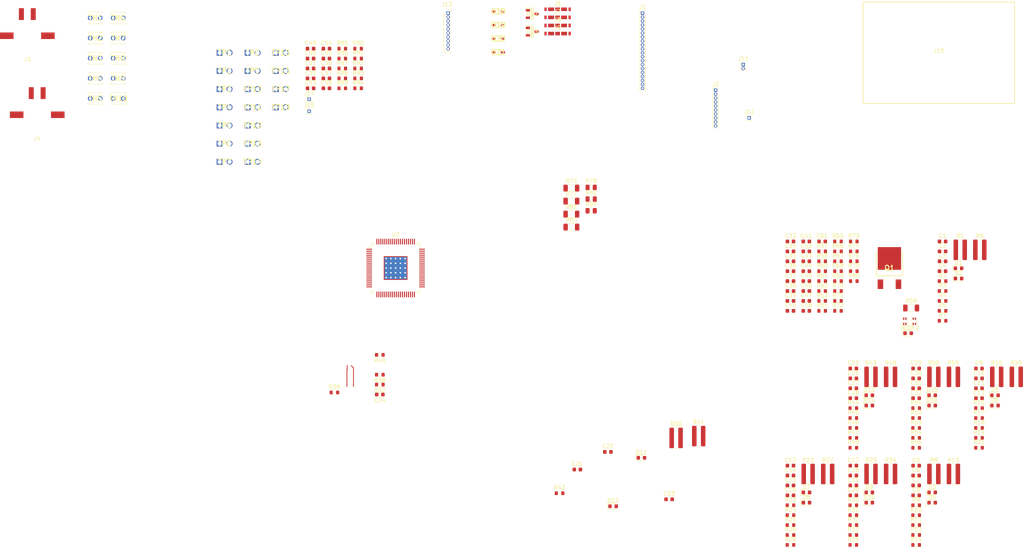
<source format=kicad_pcb>
(kicad_pcb
	(version 20240108)
	(generator "pcbnew")
	(generator_version "8.0")
	(general
		(thickness 1.6)
		(legacy_teardrops no)
	)
	(paper "A4")
	(layers
		(0 "F.Cu" signal)
		(31 "B.Cu" signal)
		(32 "B.Adhes" user "B.Adhesive")
		(33 "F.Adhes" user "F.Adhesive")
		(34 "B.Paste" user)
		(35 "F.Paste" user)
		(36 "B.SilkS" user "B.Silkscreen")
		(37 "F.SilkS" user "F.Silkscreen")
		(38 "B.Mask" user)
		(39 "F.Mask" user)
		(40 "Dwgs.User" user "User.Drawings")
		(41 "Cmts.User" user "User.Comments")
		(42 "Eco1.User" user "User.Eco1")
		(43 "Eco2.User" user "User.Eco2")
		(44 "Edge.Cuts" user)
		(45 "Margin" user)
		(46 "B.CrtYd" user "B.Courtyard")
		(47 "F.CrtYd" user "F.Courtyard")
		(48 "B.Fab" user)
		(49 "F.Fab" user)
		(50 "User.1" user)
		(51 "User.2" user)
		(52 "User.3" user)
		(53 "User.4" user)
		(54 "User.5" user)
		(55 "User.6" user)
		(56 "User.7" user)
		(57 "User.8" user)
		(58 "User.9" user)
	)
	(setup
		(pad_to_mask_clearance 0)
		(allow_soldermask_bridges_in_footprints no)
		(pcbplotparams
			(layerselection 0x00010fc_ffffffff)
			(plot_on_all_layers_selection 0x0000000_00000000)
			(disableapertmacros no)
			(usegerberextensions no)
			(usegerberattributes yes)
			(usegerberadvancedattributes yes)
			(creategerberjobfile yes)
			(dashed_line_dash_ratio 12.000000)
			(dashed_line_gap_ratio 3.000000)
			(svgprecision 4)
			(plotframeref no)
			(viasonmask no)
			(mode 1)
			(useauxorigin no)
			(hpglpennumber 1)
			(hpglpenspeed 20)
			(hpglpendiameter 15.000000)
			(pdf_front_fp_property_popups yes)
			(pdf_back_fp_property_popups yes)
			(dxfpolygonmode yes)
			(dxfimperialunits yes)
			(dxfusepcbnewfont yes)
			(psnegative no)
			(psa4output no)
			(plotreference yes)
			(plotvalue yes)
			(plotfptext yes)
			(plotinvisibletext no)
			(sketchpadsonfab no)
			(subtractmaskfromsilk no)
			(outputformat 1)
			(mirror no)
			(drillshape 1)
			(scaleselection 1)
			(outputdirectory "")
		)
	)
	(net 0 "")
	(net 1 "/FilterBalancingNetwork/CB")
	(net 2 "/FilterBalancingNetwork/CB:A")
	(net 3 "/FilterBalancingNetwork/CA")
	(net 4 "/Cell 15{slash}16")
	(net 5 "/FilterBalancingNetwork/SBP")
	(net 6 "/Cell 15{slash}14")
	(net 7 "/FilterBalancingNetwork/SAP")
	(net 8 "/FilterBalancingNetwork1/CB:A")
	(net 9 "/FilterBalancingNetwork1/CB")
	(net 10 "/FilterBalancingNetwork1/CA")
	(net 11 "/Cell 14{slash}13")
	(net 12 "/FilterBalancingNetwork1/SBP")
	(net 13 "/Cell 13{slash}12")
	(net 14 "/FilterBalancingNetwork1/SAP")
	(net 15 "/FilterBalancingNetwork2/CB:A")
	(net 16 "/FilterBalancingNetwork2/CB")
	(net 17 "/FilterBalancingNetwork2/CA")
	(net 18 "/Cell 12{slash}11")
	(net 19 "/FilterBalancingNetwork2/SBP")
	(net 20 "/FilterBalancingNetwork2/SAP")
	(net 21 "/Cell 11{slash}10")
	(net 22 "/FilterBalancingNetwork3/CB:A")
	(net 23 "/FilterBalancingNetwork3/CB")
	(net 24 "/FilterBalancingNetwork3/CA")
	(net 25 "/FilterBalancingNetwork3/SBP")
	(net 26 "/Cell 10{slash}9")
	(net 27 "/FilterBalancingNetwork3/SAP")
	(net 28 "/Cell 9{slash}8")
	(net 29 "/FilterBalancingNetwork4/CB:A")
	(net 30 "/FilterBalancingNetwork4/CB")
	(net 31 "/FilterBalancingNetwork4/CA")
	(net 32 "/FilterBalancingNetwork4/SBP")
	(net 33 "/Cell 8{slash}7")
	(net 34 "/Cell 7{slash}6")
	(net 35 "/FilterBalancingNetwork4/SAP")
	(net 36 "/FilterBalancingNetwork5/CB:A")
	(net 37 "/FilterBalancingNetwork5/CB")
	(net 38 "/FilterBalancingNetwork5/CA")
	(net 39 "/FilterBalancingNetwork5/SBP")
	(net 40 "/Cell 6{slash}5")
	(net 41 "/Cell 5{slash}4")
	(net 42 "/FilterBalancingNetwork5/SAP")
	(net 43 "/FilterBalancingNetwork6/CB")
	(net 44 "/FilterBalancingNetwork6/CB:A")
	(net 45 "/FilterBalancingNetwork6/CA")
	(net 46 "/FilterBalancingNetwork6/SBP")
	(net 47 "/Cell 4{slash}3")
	(net 48 "/Cell 3{slash}2")
	(net 49 "/FilterBalancingNetwork6/SAP")
	(net 50 "/FilterBalancingNetwork7/CB:A")
	(net 51 "/FilterBalancingNetwork7/CB")
	(net 52 "/FilterBalancingNetwork7/CA")
	(net 53 "/FilterBalancingNetwork7/SBP")
	(net 54 "/Cell 2{slash}1")
	(net 55 "GND")
	(net 56 "/FilterBalancingNetwork7/SAP")
	(net 57 "Net-(U2-V+)")
	(net 58 "Net-(U2-VREF1)")
	(net 59 "Net-(U2-VREF2)")
	(net 60 "+5V")
	(net 61 "Net-(Q1-C)")
	(net 62 "Net-(U2-DRIVE)")
	(net 63 "Net-(U2-IPB)")
	(net 64 "Net-(U2-IMB)")
	(net 65 "Net-(C41-Pad2)")
	(net 66 "Net-(J3-Pin_1)")
	(net 67 "Net-(C42-Pad1)")
	(net 68 "Net-(J3-Pin_2)")
	(net 69 "Net-(C43-Pad1)")
	(net 70 "Net-(U2-CSB(IMA))")
	(net 71 "Net-(U2-SCK(IPA))")
	(net 72 "Net-(C46-Pad2)")
	(net 73 "Net-(J4-Pin_1)")
	(net 74 "Net-(C47-Pad1)")
	(net 75 "Net-(J4-Pin_2)")
	(net 76 "Net-(C48-Pad1)")
	(net 77 "Net-(D1-A)")
	(net 78 "Net-(D2-A)")
	(net 79 "Net-(D3-A)")
	(net 80 "Net-(D4-A)")
	(net 81 "Net-(D5-A)")
	(net 82 "Net-(D6-A)")
	(net 83 "Net-(D7-A)")
	(net 84 "Net-(D8-A)")
	(net 85 "Net-(D9-A)")
	(net 86 "Net-(D10-A)")
	(net 87 "Net-(D11-A)")
	(net 88 "Net-(D12-A)")
	(net 89 "Net-(D13-A)")
	(net 90 "Net-(D14-A)")
	(net 91 "Net-(D15-A)")
	(net 92 "Net-(D16-A)")
	(net 93 "Net-(D17-A)")
	(net 94 "Net-(Q1-E)")
	(net 95 "Net-(Q1-B)")
	(net 96 "VBUS")
	(net 97 "Net-(J2-Pin_1)")
	(net 98 "Net-(U2-GPIO1)")
	(net 99 "Net-(J2-Pin_2)")
	(net 100 "Net-(U2-GPIO2)")
	(net 101 "Net-(U2-GPIO3)")
	(net 102 "Net-(J2-Pin_3)")
	(net 103 "Net-(J2-Pin_4)")
	(net 104 "/TMP_SDA")
	(net 105 "Net-(J2-Pin_5)")
	(net 106 "/TMP_SCL")
	(net 107 "Net-(J2-Pin_6)")
	(net 108 "Net-(U2-GPIO6)")
	(net 109 "Net-(J2-Pin_7)")
	(net 110 "Net-(U2-GPIO7)")
	(net 111 "Net-(U2-GPIO8)")
	(net 112 "Net-(J2-Pin_8)")
	(net 113 "Net-(U2-GPIO9)")
	(net 114 "Net-(J2-Pin_9)")
	(net 115 "Net-(J2-Pin_10)")
	(net 116 "Net-(U2-GPIO10)")
	(net 117 "Net-(D19-A2)")
	(net 118 "Net-(D21-A2)")
	(net 119 "Net-(D18-A2)")
	(net 120 "Net-(D20-A2)")
	(net 121 "unconnected-(U2-NC-Pad66)")
	(net 122 "/NTC/V_out_1")
	(net 123 "/NTC/V_out_5")
	(net 124 "/NTC/V_out_2")
	(net 125 "/NTC/V_out_6")
	(net 126 "/NTC/V_out_3")
	(net 127 "/NTC/V_out_7")
	(net 128 "/NTC/V_out_4")
	(net 129 "/NTC/V_out_8")
	(net 130 "/NTC/V_out_9")
	(net 131 "/NTC/V_out_10")
	(footprint "Resistor_SMD:R_0603_1608Metric" (layer "F.Cu") (at 232.465 81.79))
	(footprint "Resistor_SMD:R_1020_2550Metric" (layer "F.Cu") (at 249.785 135.63))
	(footprint "Capacitor_SMD:C_0603_1608Metric" (layer "F.Cu") (at 228.455 79.28))
	(footprint "Capacitor_SMD:C_0603_1608Metric" (layer "F.Cu") (at 224.445 76.77))
	(footprint "Inductor_SMD:L_0603_1608Metric" (layer "F.Cu") (at 232.465 76.77))
	(footprint "Resistor_SMD:R_0805_2012Metric" (layer "F.Cu") (at 174 66.05))
	(footprint "Capacitor_SMD:C_0603_1608Metric" (layer "F.Cu") (at 120.5 115.52 180))
	(footprint "Connector_PinSocket_1.00mm:PinSocket_1x10_P1.00mm_Vertical" (layer "F.Cu") (at 137.79 19))
	(footprint "Slave:36900000" (layer "F.Cu") (at 165.5 24.15))
	(footprint "Resistor_SMD:R_0603_1608Metric" (layer "F.Cu") (at 236.475 76.77))
	(footprint "LED_SMD:LED_0603_1608Metric" (layer "F.Cu") (at 228.495 142.89))
	(footprint "Resistor_SMD:R_0603_1608Metric" (layer "F.Cu") (at 256.265 143.55))
	(footprint "Resistor_SMD:R_0603_1608Metric" (layer "F.Cu") (at 224.445 153.59))
	(footprint "Capacitor_SMD:C_0603_1608Metric" (layer "F.Cu") (at 256.265 133.51))
	(footprint "Capacitor_SMD:C_0603_1608Metric" (layer "F.Cu") (at 228.455 86.81))
	(footprint "Capacitor_SMD:C_0603_1608Metric" (layer "F.Cu") (at 224.445 84.3))
	(footprint "Resistor_SMD:R_0603_1608Metric" (layer "F.Cu") (at 240.355 146.06))
	(footprint "Micro-Mate-N-Lok:Micro Mate-N-Lok 2-Pol" (layer "F.Cu") (at 31.27 23.1))
	(footprint "Capacitor_SMD:C_0603_1608Metric" (layer "F.Cu") (at 240.355 136.02))
	(footprint "Resistor_SMD:R_0805_2012Metric" (layer "F.Cu") (at 174 63.1))
	(footprint "Resistor_SMD:R_0603_1608Metric" (layer "F.Cu") (at 272.175 129))
	(footprint "Capacitor_SMD:C_0603_1608Metric" (layer "F.Cu") (at 228.455 94.34))
	(footprint "Slave:5025" (layer "F.Cu") (at 87.065 29.005))
	(footprint "Capacitor_SMD:C_0603_1608Metric" (layer "F.Cu") (at 224.445 133.51))
	(footprint "Capacitor_SMD:C_0603_1608Metric" (layer "F.Cu") (at 224.445 79.28))
	(footprint "Slave:5025" (layer "F.Cu") (at 79.965 47.405))
	(footprint "Slave:5025" (layer "F.Cu") (at 79.965 38.205))
	(footprint "Resistor_SMD:R_0603_1608Metric" (layer "F.Cu") (at 232.465 86.81))
	(footprint "Resistor_SMD:R_0603_1608Metric" (layer "F.Cu") (at 240.485 76.77))
	(footprint "Resistor_SMD:R_0603_1608Metric" (layer "F.Cu") (at 120.5 105.48 180))
	(footprint "Connector_PinHeader_1.00mm:PinHeader_1x01_P1.00mm_Vertical" (layer "F.Cu") (at 214 45.5))
	(footprint "Resistor_SMD:R_0603_1608Metric" (layer "F.Cu") (at 109 115))
	(footprint "Resistor_SMD:R_1020_2550Metric" (layer "F.Cu") (at 260.745 135.63))
	(footprint "Resistor_SMD:R_0603_1608Metric" (layer "F.Cu") (at 240.355 118.96))
	(footprint "Resistor_SMD:R_0603_1608Metric" (layer "F.Cu") (at 236.475 89.32))
	(footprint "Capacitor_SMD:C_0603_1608Metric" (layer "F.Cu") (at 256.265 116.45))
	(footprint "Resistor_SMD:R_1020_2550Metric" (layer "F.Cu") (at 281.605 111.04))
	(footprint "Capacitor_SMD:C_0603_1608Metric" (layer "F.Cu") (at 262.945 81.79))
	(footprint "LED_SMD:LED_0603_1608Metric" (layer "F.Cu") (at 266.995 86.15))
	(footprint "Resistor_SMD:R_1020_2550Metric" (layer "F.Cu") (at 244.835 111.04))
	(footprint "Capacitor_SMD:C_0603_1608Metric" (layer "F.Cu") (at 224.445 91.83))
	(footprint "Slave:SOD2613X114N" (layer "F.Cu") (at 150.5 25.45))
	(footprint "Resistor_SMD:R_0603_1608Metric"
		(layer "F.Cu")
		(uuid "2699cb8d-852a-4eaf-afaf-4cdc92e994a0")
		(at 120.5 110.5 180)
		(descr "Resistor SMD 0603 (1608 Metric), square (rectangular) end terminal, IPC_7351 nominal, (Body size source: IPC-SM-782 page 72, https://www.pcb-3d.com/wordpress/wp-content/uploads/ipc-sm-782a_amendment_1_and_2.pdf), generated with kicad-footprint-generator")
		(tags "resistor")
		(property "Reference" "R38"
			(at 0 -1.43 180)
			(layer "F.SilkS")
			(uuid "7387fcee-e28d-418a-a97e-e05ccdcbd2e2")
			(effects
				(font
					(size 1 1)
					(thickness 0.15)
				)
			)
		)
		(property "Value" "200"
			(at 0 1.43 180)
			(layer "F.Fab")
			(uuid "079c0cbb-df35-4140-b69c-ba882ebc04f2")
			(effects
				(font
					(size 1 1)
					(thickness 0.15)
				)
			)
		)
		(property "Footprint" "Resistor_SMD:R_0603_1608Metric"
			(at 0 0 180)
			(unlocked yes)
			(layer "F.Fab")
			(hide yes)
			(uuid "df2052bf-4a0a-4ed4-8c97-b3eea785f5b7")
			(effects
				(font
					(size 1.27 1.27)
				)
			)
		)
		(property "Datasheet" ""
			(at 0 0 180)
			(unlocked yes)
			(layer "F.Fab")
			(hide yes)
			(uuid "f2d0b40f-8874-42b8-9809-aead583ebf17")
			(effects
				(font
					(size 1.27 1.27)
				)
			)
		)
		(property "Description" ""
			(at 0 0 180)
			(unlocked yes)
			(layer "F.Fab")
			(hide yes)
			(uuid "f8b86fc1-00dd-4eea-a976-471a931cfc8a")
			(effects
				(font
					(size 1.27 1.27)
				)
			)
		)
		(property ki_fp_filters "R_*")
		(path "/232bd86c-2b2a-409b-8846-47bc2b48bfb6/44868586-7fe7-4c1f-862b-77102c433423")
		(sheetname "FilterBalancingNetwork5")
		(sheetfile "FilterBalance.kicad_sch")
		(attr smd)
		(fp_line
			(start -0.237258 0.5225)
			(end 0.237258 0.5225)
			(stroke
				(width 0.12)
				(type solid)
			)
			(layer "F.SilkS")
			(uuid "fbb0cd82-66a6-482e-8c7f-73896479eff1")
		)
		(fp_line
			(start -0.237258 -0.5225)
			(end 0.237258 -0.5225)
			(stroke
				(width 0.12)
				(type solid)
			)
			(layer "F.SilkS")
			(uuid "184a49c1-1f2b-4cf7-b59d-528d5c934824")
		)
		(fp_line
			(start 1.48 0.73)
			(end -1.48 0.73)
			(stroke
				(width 0.05)
				(type solid)
			)
			(layer "F.CrtYd")
			(uuid "0e8ee143-649c-4189-be44-3cde46c484fa")
		)
		(fp_line
			(start 1.48 -0.73)
			(end 1.48 0.73)
			(stroke
				(width 0.05)
				(type solid)
			)
			(layer "F.CrtYd")
			(uuid "ea6431dd-0dc0-4673-83e4-ec8d35b47ff6")
		)
		(fp_line
			(start -1.48 0.73)
			(end -1.48 -0.73)
			(stroke
				(width 0.05)
				(type solid)
			)
			(layer "F.CrtYd")
			(uuid "3a33bb60-6c0e-4581-bb8e-c7d35ecea406")
		
... [859922 chars truncated]
</source>
